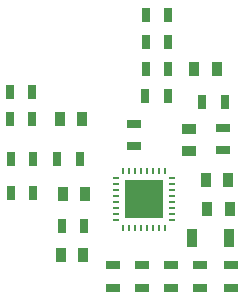
<source format=gbp>
G04*
G04 #@! TF.GenerationSoftware,Altium Limited,Altium Designer,23.3.1 (30)*
G04*
G04 Layer_Color=128*
%FSLAX44Y44*%
%MOMM*%
G71*
G04*
G04 #@! TF.SameCoordinates,C8A1A2A4-FEEE-4BAA-8DF6-72F1B62B13C7*
G04*
G04*
G04 #@! TF.FilePolarity,Positive*
G04*
G01*
G75*
%ADD30R,3.3000X3.3000*%
%ADD31R,0.6000X0.2300*%
%ADD32R,0.2300X0.6000*%
%ADD33R,0.7000X1.3000*%
%ADD34R,1.3000X0.7000*%
%ADD35R,0.9000X1.3000*%
%ADD36R,1.3000X0.9000*%
%ADD37R,0.9000X1.6000*%
D30*
X253500Y241000D02*
D03*
D31*
X277500Y258500D02*
D03*
Y253500D02*
D03*
Y248500D02*
D03*
Y243500D02*
D03*
Y238500D02*
D03*
Y233500D02*
D03*
Y228500D02*
D03*
Y223500D02*
D03*
X229500D02*
D03*
Y228500D02*
D03*
Y233500D02*
D03*
Y238500D02*
D03*
Y243500D02*
D03*
Y248500D02*
D03*
Y253500D02*
D03*
Y258500D02*
D03*
D32*
X271000Y217000D02*
D03*
X266000D02*
D03*
X261000D02*
D03*
X256000D02*
D03*
X251000D02*
D03*
X246000D02*
D03*
X241000D02*
D03*
X236000D02*
D03*
Y265000D02*
D03*
X241000D02*
D03*
X246000D02*
D03*
X251000D02*
D03*
X256000D02*
D03*
X261000D02*
D03*
X266000D02*
D03*
X271000D02*
D03*
D33*
X255000Y397005D02*
D03*
X274000D02*
D03*
Y374003D02*
D03*
X255000D02*
D03*
X274000Y351002D02*
D03*
X255000D02*
D03*
X254500Y328000D02*
D03*
X273500D02*
D03*
X322000Y323000D02*
D03*
X303000D02*
D03*
X203000Y218500D02*
D03*
X184000D02*
D03*
X180000Y275000D02*
D03*
X199000D02*
D03*
X159500Y246000D02*
D03*
X140500D02*
D03*
X159500Y275000D02*
D03*
X140500D02*
D03*
X140000Y309000D02*
D03*
X159000D02*
D03*
Y332000D02*
D03*
X140000D02*
D03*
D34*
X245000Y305000D02*
D03*
Y286000D02*
D03*
X320000Y301500D02*
D03*
Y282500D02*
D03*
X327000Y185000D02*
D03*
Y166000D02*
D03*
X301000Y166000D02*
D03*
Y185000D02*
D03*
X276000D02*
D03*
Y166000D02*
D03*
X252000D02*
D03*
Y185000D02*
D03*
X227000Y166000D02*
D03*
Y185000D02*
D03*
D35*
X315000Y351000D02*
D03*
X296000D02*
D03*
X325000Y257000D02*
D03*
X306000D02*
D03*
X307000Y233000D02*
D03*
X326000D02*
D03*
X202000Y193958D02*
D03*
X183000D02*
D03*
X203500Y245000D02*
D03*
X184500D02*
D03*
X182000Y308500D02*
D03*
X201000D02*
D03*
D36*
X292000Y281500D02*
D03*
Y300500D02*
D03*
D37*
X325500Y208000D02*
D03*
X294500D02*
D03*
M02*

</source>
